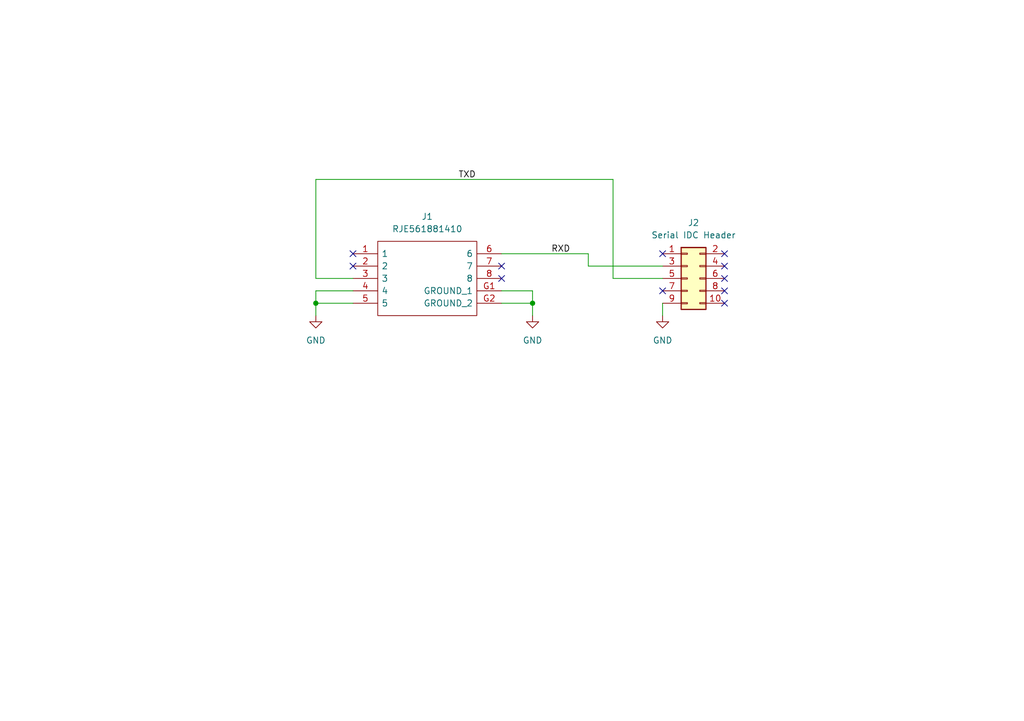
<source format=kicad_sch>
(kicad_sch (version 20230121) (generator eeschema)
  (paper "A5")
  (title_block (title "Serial IDC to RJ45 Adapter") (company "Undefined Systems, LLC") (comment 1 "For Tauntek IC Logic Tester"))
  (lib_symbols
    (symbol "Connector_Generic:Conn_02x05_Odd_Even" (pin_names (offset 1.016) hide)
      (property "Reference" "J" (at 1.27 7.62 0))
      (property "Value" "Conn_02x05_Odd_Even" (at 1.27 -7.62 0))
      (symbol "Conn_02x05_Odd_Even_1_1"
        (rectangle (start -1.27 -4.953) (end 0 -5.207) (stroke (width 0.1524)))
        (rectangle (start -1.27 -2.413) (end 0 -2.667) (stroke (width 0.1524)))
        (rectangle (start -1.27 0.127) (end 0 -0.127) (stroke (width 0.1524)))
        (rectangle (start -1.27 2.667) (end 0 2.413) (stroke (width 0.1524)))
        (rectangle (start -1.27 5.207) (end 0 4.953) (stroke (width 0.1524)))
        (rectangle (start -1.27 6.35) (end 3.81 -6.35) (stroke (width 0.254)) (fill (type background)))
        (rectangle (start 3.81 -4.953) (end 2.54 -5.207) (stroke (width 0.1524)))
        (rectangle (start 3.81 -2.413) (end 2.54 -2.667) (stroke (width 0.1524)))
        (rectangle (start 3.81 0.127) (end 2.54 -0.127) (stroke (width 0.1524)))
        (rectangle (start 3.81 2.667) (end 2.54 2.413) (stroke (width 0.1524)))
        (rectangle (start 3.81 5.207) (end 2.54 4.953) (stroke (width 0.1524)))
        (pin passive line (at -5.08 5.08 0) (length 3.81) (name "Pin_1") (number "1"))
        (pin passive line (at 7.62 -5.08 180) (length 3.81) (name "Pin_10") (number "10"))
        (pin passive line (at 7.62 5.08 180) (length 3.81) (name "Pin_2") (number "2"))
        (pin passive line (at -5.08 2.54 0) (length 3.81) (name "Pin_3") (number "3"))
        (pin passive line (at 7.62 2.54 180) (length 3.81) (name "Pin_4") (number "4"))
        (pin passive line (at -5.08 0 0) (length 3.81) (name "Pin_5") (number "5"))
        (pin passive line (at 7.62 0 180) (length 3.81) (name "Pin_6") (number "6"))
        (pin passive line (at -5.08 -2.54 0) (length 3.81) (name "Pin_7") (number "7"))
        (pin passive line (at 7.62 -2.54 180) (length 3.81) (name "Pin_8") (number "8"))
        (pin passive line (at -5.08 -5.08 0) (length 3.81) (name "Pin_9") (number "9"))
      )
    )
    (symbol "RJE561881410:RJE561881410" (pin_names (offset 0.762))
      (property "Reference" "J" (at 26.67 7.62 0))
      (property "Value" "RJE561881410" (at 26.67 5.08 0))
      (symbol "RJE561881410_0_0"
        (pin passive line (at 0 0 0) (length 5.08) (name "1") (number "1"))
        (pin passive line (at 0 -2.54 0) (length 5.08) (name "2") (number "2"))
        (pin passive line (at 0 -5.08 0) (length 5.08) (name "3") (number "3"))
        (pin passive line (at 0 -7.62 0) (length 5.08) (name "4") (number "4"))
        (pin passive line (at 0 -10.16 0) (length 5.08) (name "5") (number "5"))
        (pin passive line (at 30.48 0 180) (length 5.08) (name "6") (number "6"))
        (pin passive line (at 30.48 -2.54 180) (length 5.08) (name "7") (number "7"))
        (pin passive line (at 30.48 -5.08 180) (length 5.08) (name "8") (number "8"))
        (pin passive line (at 30.48 -7.62 180) (length 5.08) (name "GROUND_1") (number "G1"))
        (pin passive line (at 30.48 -10.16 180) (length 5.08) (name "GROUND_2") (number "G2"))
      )
      (symbol "RJE561881410_0_1"
        (polyline (pts (xy 5.08 2.54) (xy 25.4 2.54) (xy 25.4 -12.7) (xy 5.08 -12.7) (xy 5.08 2.54)) (stroke (width 0.1524)))
      )
    )
    (symbol "power:GND" (power) (pin_names (offset 0))
      (property "Value" "GND" (at 0 -3.81 0))
      (symbol "GND_0_1"
        (polyline (pts (xy 0 0) (xy 0 -1.27) (xy 1.27 -1.27) (xy 0 -2.54) (xy -1.27 -1.27) (xy 0 -1.27)))
      )
      (symbol "GND_1_1"
        (pin power_in line (at 0 0 270) (length 0) hide (name "GND") (number "1"))
      )
    )
  )
  (junction (at 109.22 62.23))
  (junction (at 64.77 62.23))
  (no_connect (at 72.39 54.61))
  (no_connect (at 102.87 54.61))
  (no_connect (at 148.59 54.61))
  (no_connect (at 135.89 52.07))
  (no_connect (at 148.59 52.07))
  (no_connect (at 148.59 59.69))
  (no_connect (at 148.59 62.23))
  (no_connect (at 102.87 57.15))
  (no_connect (at 135.89 59.69))
  (no_connect (at 148.59 57.15))
  (no_connect (at 72.39 52.07))
  (wire (pts (xy 64.77 59.69) (xy 64.77 62.23)))
  (wire (pts (xy 64.77 57.15) (xy 72.39 57.15)))
  (wire (pts (xy 135.89 62.23) (xy 135.89 64.77)))
  (wire (pts (xy 102.87 59.69) (xy 109.22 59.69)))
  (wire (pts (xy 120.65 54.61) (xy 120.65 52.07)))
  (wire (pts (xy 135.89 57.15) (xy 125.73 57.15)))
  (wire (pts (xy 64.77 36.83) (xy 64.77 57.15)))
  (wire (pts (xy 64.77 62.23) (xy 72.39 62.23)))
  (wire (pts (xy 72.39 59.69) (xy 64.77 59.69)))
  (wire (pts (xy 64.77 62.23) (xy 64.77 64.77)))
  (wire (pts (xy 109.22 59.69) (xy 109.22 62.23)))
  (wire (pts (xy 109.22 62.23) (xy 109.22 64.77)))
  (wire (pts (xy 135.89 54.61) (xy 120.65 54.61)))
  (wire (pts (xy 102.87 62.23) (xy 109.22 62.23)))
  (wire (pts (xy 125.73 36.83) (xy 64.77 36.83)))
  (wire (pts (xy 120.65 52.07) (xy 102.87 52.07)))
  (wire (pts (xy 125.73 57.15) (xy 125.73 36.83)))
  (label "TXD" (at 93.98 36.83 0))
  (label "RXD" (at 113.03 52.07 0))
  (symbol (lib_id "Connector_Generic:Conn_02x05_Odd_Even") (at 140.97 57.15 0) (unit 1)
    (property "Reference" "J2" (at 142.24 45.72 0))
    (property "Value" "Serial IDC Header" (at 142.24 48.26 0))
    (property "Footprint" "Connector_PinHeader_2.54mm:PinHeader_2x05_P2.54mm_Vertical" (effects hide))
  )
  (symbol (lib_id "RJE561881410:RJE561881410") (at 72.39 52.07 0) (unit 1)
    (property "Reference" "J1" (at 87.63 44.45 0))
    (property "Value" "RJE561881410" (at 87.63 46.99 0))
    (property "Footprint" "RJE561881410" (effects hide))
    (property "Datasheet" "https://cdn.amphenol-cs.com/media/wysiwyg/files/drawing/rje561881x10.pdf" (effects hide))
    (property "Description" "Modular Jack - Right Angle, Input Output Connectors  8P8C, Without Shield ." (effects hide))
    (property "Manufacturer_Name" "Amphenol Communications Solutions" (effects hide))
    (property "Manufacturer_Part_Number" "RJE561881410" (effects hide))
  )
  (symbol (lib_id "power:GND") (at 109.22 64.77 0) (unit 1)
    (property "Reference" "#PWR02" (effects hide))
    (property "Value" "GND" (at 109.22 69.85 0))
  )
  (symbol (lib_id "power:GND") (at 135.89 64.77 0) (unit 1)
    (property "Reference" "#PWR01" (effects hide))
    (property "Value" "GND" (at 135.89 69.85 0))
  )
  (symbol (lib_id "power:GND") (at 64.77 64.77 0) (unit 1)
    (property "Reference" "#PWR03" (effects hide))
    (property "Value" "GND" (at 64.77 69.85 0))
  )
)
</source>
